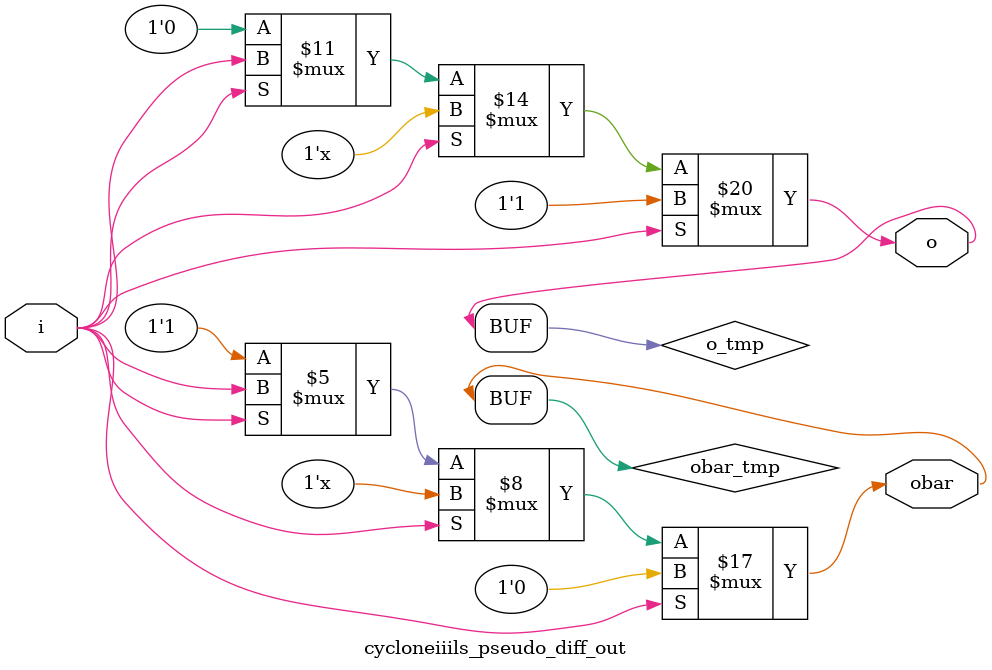
<source format=v>
module cycloneiiils_pseudo_diff_out(
                             i,
                             o,
                             obar
                             );
parameter lpm_type = "cycloneiiils_pseudo_diff_out";
input i;
output o;
output obar;
reg o_tmp;
reg obar_tmp;
assign o = o_tmp;
assign obar = obar_tmp;
always@(i)
    begin
        if( i == 1'b1)
            begin
                o_tmp = 1'b1;
                obar_tmp = 1'b0;
            end
        else if( i == 1'b0)
            begin
                o_tmp = 1'b0;
                obar_tmp = 1'b1;
            end
        else
            begin
                o_tmp = i;
                obar_tmp = i;
            end
    end
endmodule
</source>
